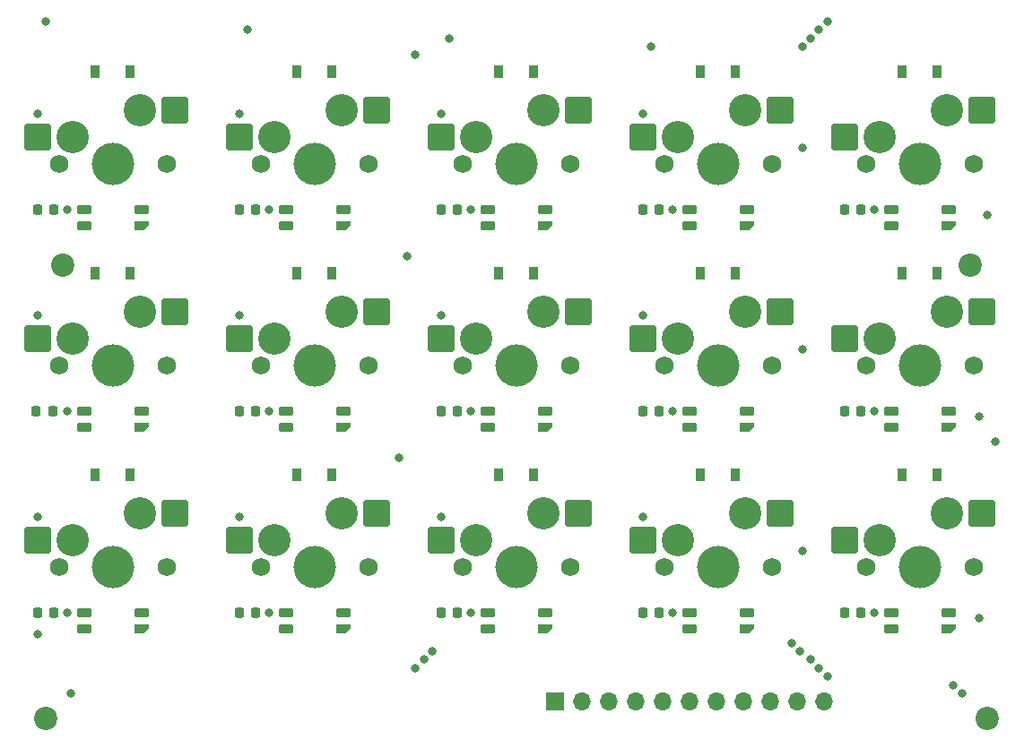
<source format=gbr>
%TF.GenerationSoftware,KiCad,Pcbnew,(6.0.6)*%
%TF.CreationDate,2022-08-15T00:28:01+08:00*%
%TF.ProjectId,15k-macropad,31356b2d-6d61-4637-926f-7061642e6b69,rev?*%
%TF.SameCoordinates,Original*%
%TF.FileFunction,Soldermask,Bot*%
%TF.FilePolarity,Negative*%
%FSLAX46Y46*%
G04 Gerber Fmt 4.6, Leading zero omitted, Abs format (unit mm)*
G04 Created by KiCad (PCBNEW (6.0.6)) date 2022-08-15 00:28:01*
%MOMM*%
%LPD*%
G01*
G04 APERTURE LIST*
G04 Aperture macros list*
%AMRoundRect*
0 Rectangle with rounded corners*
0 $1 Rounding radius*
0 $2 $3 $4 $5 $6 $7 $8 $9 X,Y pos of 4 corners*
0 Add a 4 corners polygon primitive as box body*
4,1,4,$2,$3,$4,$5,$6,$7,$8,$9,$2,$3,0*
0 Add four circle primitives for the rounded corners*
1,1,$1+$1,$2,$3*
1,1,$1+$1,$4,$5*
1,1,$1+$1,$6,$7*
1,1,$1+$1,$8,$9*
0 Add four rect primitives between the rounded corners*
20,1,$1+$1,$2,$3,$4,$5,0*
20,1,$1+$1,$4,$5,$6,$7,0*
20,1,$1+$1,$6,$7,$8,$9,0*
20,1,$1+$1,$8,$9,$2,$3,0*%
%AMFreePoly0*
4,1,18,-0.410000,0.593000,-0.403758,0.624380,-0.385983,0.650983,-0.359380,0.668758,-0.328000,0.675000,0.328000,0.675000,0.359380,0.668758,0.385983,0.650983,0.403758,0.624380,0.410000,0.593000,0.410000,-0.593000,0.403758,-0.624380,0.385983,-0.650983,0.359380,-0.668758,0.328000,-0.675000,0.000000,-0.675000,-0.410000,-0.265000,-0.410000,0.593000,-0.410000,0.593000,$1*%
G04 Aperture macros list end*
%ADD10C,2.200000*%
%ADD11R,0.900000X1.200000*%
%ADD12RoundRect,0.250000X-1.025000X-1.000000X1.025000X-1.000000X1.025000X1.000000X-1.025000X1.000000X0*%
%ADD13C,1.750000*%
%ADD14C,4.000000*%
%ADD15C,3.050000*%
%ADD16FreePoly0,90.000000*%
%ADD17RoundRect,0.082000X0.593000X-0.328000X0.593000X0.328000X-0.593000X0.328000X-0.593000X-0.328000X0*%
%ADD18RoundRect,0.225000X0.225000X0.250000X-0.225000X0.250000X-0.225000X-0.250000X0.225000X-0.250000X0*%
%ADD19O,1.700000X1.700000*%
%ADD20R,1.700000X1.700000*%
%ADD21C,0.800000*%
G04 APERTURE END LIST*
D10*
%TO.C,H3*%
X185737500Y-74612500D03*
%TD*%
%TO.C,H1*%
X100012500Y-74612500D03*
%TD*%
D11*
%TO.C,D15*%
X182625000Y-94456250D03*
X179325000Y-94456250D03*
%TD*%
%TO.C,D14*%
X182625000Y-75406250D03*
X179325000Y-75406250D03*
%TD*%
%TO.C,D13*%
X182625000Y-56356250D03*
X179325000Y-56356250D03*
%TD*%
%TO.C,D12*%
X163575000Y-94456250D03*
X160275000Y-94456250D03*
%TD*%
%TO.C,D11*%
X163575000Y-75406250D03*
X160275000Y-75406250D03*
%TD*%
%TO.C,D10*%
X163575000Y-56356250D03*
X160275000Y-56356250D03*
%TD*%
%TO.C,D9*%
X144525000Y-94456250D03*
X141225000Y-94456250D03*
%TD*%
%TO.C,D8*%
X144525000Y-75406250D03*
X141225000Y-75406250D03*
%TD*%
%TO.C,D7*%
X144525000Y-56356250D03*
X141225000Y-56356250D03*
%TD*%
%TO.C,D6*%
X125475000Y-94456250D03*
X122175000Y-94456250D03*
%TD*%
%TO.C,D5*%
X125475000Y-75406250D03*
X122175000Y-75406250D03*
%TD*%
%TO.C,D4*%
X125475000Y-56356250D03*
X122175000Y-56356250D03*
%TD*%
%TO.C,D3*%
X106425000Y-94456250D03*
X103125000Y-94456250D03*
%TD*%
%TO.C,D2*%
X106425000Y-75406250D03*
X103125000Y-75406250D03*
%TD*%
%TO.C,D1*%
X106425000Y-56356250D03*
X103125000Y-56356250D03*
%TD*%
D12*
%TO.C,MX15*%
X186817000Y-98107500D03*
X173890000Y-100647500D03*
D13*
X186055000Y-103187500D03*
D14*
X180975000Y-103187500D03*
D13*
X175895000Y-103187500D03*
D15*
X177165000Y-100647500D03*
X183515000Y-98107500D03*
%TD*%
D12*
%TO.C,MX7*%
X148717000Y-60007500D03*
X135790000Y-62547500D03*
D14*
X142875000Y-65087500D03*
D15*
X139065000Y-62547500D03*
D13*
X147955000Y-65087500D03*
X137795000Y-65087500D03*
D15*
X145415000Y-60007500D03*
%TD*%
D12*
%TO.C,MX5*%
X129667000Y-79057500D03*
X116740000Y-81597500D03*
D15*
X126365000Y-79057500D03*
D13*
X118745000Y-84137500D03*
D15*
X120015000Y-81597500D03*
D13*
X128905000Y-84137500D03*
D14*
X123825000Y-84137500D03*
%TD*%
D10*
%TO.C,H2*%
X98425000Y-117475000D03*
%TD*%
D12*
%TO.C,MX14*%
X186817000Y-79057500D03*
X173890000Y-81597500D03*
D15*
X177165000Y-81597500D03*
D13*
X175895000Y-84137500D03*
X186055000Y-84137500D03*
D15*
X183515000Y-79057500D03*
D14*
X180975000Y-84137500D03*
%TD*%
D12*
%TO.C,MX4*%
X129667000Y-60007500D03*
X116740000Y-62547500D03*
D13*
X128905000Y-65087500D03*
D15*
X120015000Y-62547500D03*
D13*
X118745000Y-65087500D03*
D15*
X126365000Y-60007500D03*
D14*
X123825000Y-65087500D03*
%TD*%
D12*
%TO.C,MX6*%
X129667000Y-98107500D03*
X116740000Y-100647500D03*
D15*
X126365000Y-98107500D03*
X120015000Y-100647500D03*
D13*
X118745000Y-103187500D03*
D14*
X123825000Y-103187500D03*
D13*
X128905000Y-103187500D03*
%TD*%
D12*
%TO.C,MX11*%
X167767000Y-79057500D03*
X154840000Y-81597500D03*
D15*
X164465000Y-79057500D03*
D13*
X156845000Y-84137500D03*
D14*
X161925000Y-84137500D03*
D15*
X158115000Y-81597500D03*
D13*
X167005000Y-84137500D03*
%TD*%
D10*
%TO.C,H4*%
X187325000Y-117475000D03*
%TD*%
D12*
%TO.C,MX2*%
X110617000Y-79057500D03*
X97690000Y-81597500D03*
D15*
X100965000Y-81597500D03*
D13*
X109855000Y-84137500D03*
D14*
X104775000Y-84137500D03*
D13*
X99695000Y-84137500D03*
D15*
X107315000Y-79057500D03*
%TD*%
D12*
%TO.C,MX3*%
X110617000Y-98107500D03*
X97690000Y-100647500D03*
D15*
X107315000Y-98107500D03*
D13*
X99695000Y-103187500D03*
X109855000Y-103187500D03*
D15*
X100965000Y-100647500D03*
D14*
X104775000Y-103187500D03*
%TD*%
D12*
%TO.C,MX10*%
X167767000Y-60007500D03*
X154840000Y-62547500D03*
D15*
X164465000Y-60007500D03*
D14*
X161925000Y-65087500D03*
D13*
X167005000Y-65087500D03*
D15*
X158115000Y-62547500D03*
D13*
X156845000Y-65087500D03*
%TD*%
D12*
%TO.C,MX9*%
X148717000Y-98107500D03*
X135790000Y-100647500D03*
D15*
X145415000Y-98107500D03*
X139065000Y-100647500D03*
D13*
X147955000Y-103187500D03*
X137795000Y-103187500D03*
D14*
X142875000Y-103187500D03*
%TD*%
D12*
%TO.C,MX8*%
X148717000Y-79057500D03*
X135790000Y-81597500D03*
D13*
X147955000Y-84137500D03*
X137795000Y-84137500D03*
D15*
X145415000Y-79057500D03*
D14*
X142875000Y-84137500D03*
D15*
X139065000Y-81597500D03*
%TD*%
%TO.C,MX13*%
X177165000Y-62547500D03*
X183515000Y-60007500D03*
D13*
X186055000Y-65087500D03*
D14*
X180975000Y-65087500D03*
D13*
X175895000Y-65087500D03*
D12*
X173890000Y-62547500D03*
X186817000Y-60007500D03*
%TD*%
%TO.C,MX1*%
X110617000Y-60007500D03*
X97690000Y-62547500D03*
D14*
X104775000Y-65087500D03*
D15*
X100965000Y-62547500D03*
X107315000Y-60007500D03*
D13*
X99695000Y-65087500D03*
X109855000Y-65087500D03*
%TD*%
D12*
%TO.C,MX12*%
X167767000Y-98107500D03*
X154840000Y-100647500D03*
D14*
X161925000Y-103187500D03*
D15*
X164465000Y-98107500D03*
D13*
X167005000Y-103187500D03*
X156845000Y-103187500D03*
D15*
X158115000Y-100647500D03*
%TD*%
D16*
%TO.C,LED11*%
X164650000Y-89967500D03*
D17*
X164650000Y-88467500D03*
X159200000Y-89967500D03*
X159200000Y-88467500D03*
%TD*%
D16*
%TO.C,LED8*%
X145600000Y-89967500D03*
D17*
X145600000Y-88467500D03*
X140150000Y-89967500D03*
X140150000Y-88467500D03*
%TD*%
D16*
%TO.C,LED6*%
X126550000Y-109017500D03*
D17*
X126550000Y-107517500D03*
X121100000Y-109017500D03*
X121100000Y-107517500D03*
%TD*%
D16*
%TO.C,LED12*%
X164650000Y-109017500D03*
D17*
X164650000Y-107517500D03*
X159200000Y-109017500D03*
X159200000Y-107517500D03*
%TD*%
D16*
%TO.C,LED13*%
X183700000Y-70917500D03*
D17*
X183700000Y-69417500D03*
X178250000Y-70917500D03*
X178250000Y-69417500D03*
%TD*%
D18*
%TO.C,C2*%
X97523000Y-88467500D03*
X99073000Y-88467500D03*
%TD*%
%TO.C,C12*%
X154800000Y-107517500D03*
X156350000Y-107517500D03*
%TD*%
%TO.C,C5*%
X116700000Y-88467500D03*
X118250000Y-88467500D03*
%TD*%
D16*
%TO.C,LED3*%
X107500000Y-109017500D03*
D17*
X107500000Y-107517500D03*
X102050000Y-109017500D03*
X102050000Y-107517500D03*
%TD*%
D18*
%TO.C,C10*%
X154800000Y-69417500D03*
X156350000Y-69417500D03*
%TD*%
%TO.C,C13*%
X173850000Y-69417500D03*
X175400000Y-69417500D03*
%TD*%
D16*
%TO.C,LED7*%
X145600000Y-70917500D03*
D17*
X145600000Y-69417500D03*
X140150000Y-70917500D03*
X140150000Y-69417500D03*
%TD*%
D16*
%TO.C,LED9*%
X145600000Y-109017500D03*
D17*
X145600000Y-107517500D03*
X140150000Y-109017500D03*
X140150000Y-107517500D03*
%TD*%
D18*
%TO.C,C15*%
X173850000Y-107517500D03*
X175400000Y-107517500D03*
%TD*%
%TO.C,C8*%
X135750000Y-88467500D03*
X137300000Y-88467500D03*
%TD*%
D16*
%TO.C,LED14*%
X183700000Y-89967500D03*
D17*
X183700000Y-88467500D03*
X178250000Y-89967500D03*
X178250000Y-88467500D03*
%TD*%
D16*
%TO.C,LED5*%
X126550000Y-89967500D03*
D17*
X126550000Y-88467500D03*
X121100000Y-89967500D03*
X121100000Y-88467500D03*
%TD*%
D16*
%TO.C,LED10*%
X164650000Y-70917500D03*
D17*
X164650000Y-69417500D03*
X159200000Y-70917500D03*
X159200000Y-69417500D03*
%TD*%
D18*
%TO.C,C3*%
X97650000Y-107517500D03*
X99200000Y-107517500D03*
%TD*%
%TO.C,C14*%
X173850000Y-88467500D03*
X175400000Y-88467500D03*
%TD*%
D16*
%TO.C,LED1*%
X107500000Y-70917500D03*
D17*
X107500000Y-69417500D03*
X102050000Y-70917500D03*
X102050000Y-69417500D03*
%TD*%
D18*
%TO.C,C7*%
X135750000Y-69417500D03*
X137300000Y-69417500D03*
%TD*%
D16*
%TO.C,LED2*%
X107500000Y-89967500D03*
D17*
X107500000Y-88467500D03*
X102050000Y-89967500D03*
X102050000Y-88467500D03*
%TD*%
D19*
%TO.C,J1*%
X171926250Y-115887500D03*
X169386250Y-115887500D03*
X166846250Y-115887500D03*
X164306250Y-115887500D03*
X161766250Y-115887500D03*
X159226250Y-115887500D03*
X156686250Y-115887500D03*
X154146250Y-115887500D03*
X151606250Y-115887500D03*
X149066250Y-115887500D03*
D20*
X146526250Y-115887500D03*
%TD*%
D16*
%TO.C,LED4*%
X126550000Y-70917500D03*
D17*
X126550000Y-69417500D03*
X121100000Y-70917500D03*
X121100000Y-69417500D03*
%TD*%
D16*
%TO.C,LED15*%
X183700000Y-109017500D03*
D17*
X183700000Y-107517500D03*
X178250000Y-109017500D03*
X178250000Y-107517500D03*
%TD*%
D18*
%TO.C,C4*%
X116718750Y-69417500D03*
X118268750Y-69417500D03*
%TD*%
%TO.C,C1*%
X97650000Y-69417500D03*
X99200000Y-69417500D03*
%TD*%
%TO.C,C9*%
X135750000Y-107517500D03*
X137300000Y-107517500D03*
%TD*%
%TO.C,C11*%
X154800000Y-88467500D03*
X156350000Y-88467500D03*
%TD*%
%TO.C,C6*%
X116700000Y-107517500D03*
X118250000Y-107517500D03*
%TD*%
D21*
X134937500Y-111125000D03*
X133350000Y-54768750D03*
X132556250Y-73818750D03*
X134143750Y-111918750D03*
X131762500Y-92868750D03*
X133350000Y-112712500D03*
X97631250Y-98425000D03*
X172243750Y-51593750D03*
X172243750Y-113506250D03*
X97631250Y-79375000D03*
X98425000Y-51593750D03*
X97631250Y-60325000D03*
X171450000Y-112712500D03*
X117475000Y-52387500D03*
X116681250Y-60325000D03*
X116681250Y-79375000D03*
X171450000Y-52387500D03*
X116681250Y-98425000D03*
X135731250Y-60325000D03*
X135731250Y-79375000D03*
X170656250Y-53181250D03*
X136525000Y-53181250D03*
X170656250Y-111918750D03*
X135731250Y-98425000D03*
X169862500Y-53975000D03*
X154781250Y-79375000D03*
X154781250Y-98425000D03*
X155575000Y-53975000D03*
X169642785Y-111125000D03*
X154781250Y-60325000D03*
X169862500Y-63500000D03*
X169862500Y-82550000D03*
X168849035Y-110331250D03*
X169862500Y-101600000D03*
X138545000Y-69417500D03*
X100445000Y-88467500D03*
X100445000Y-107517500D03*
X176645000Y-69417500D03*
X138545000Y-88467500D03*
X176645000Y-107517500D03*
X119495000Y-69417500D03*
X100445000Y-69417500D03*
X138545000Y-107517500D03*
X119495000Y-107517500D03*
X157595000Y-107517500D03*
X157595000Y-69417500D03*
X157595000Y-88467500D03*
X176645000Y-88467500D03*
X119495000Y-88467500D03*
X188118750Y-91281250D03*
X187325000Y-69850000D03*
X100806250Y-115093750D03*
X97631250Y-109537500D03*
X184943750Y-115093750D03*
X186531250Y-88900000D03*
X186531250Y-107950000D03*
X184150000Y-114300000D03*
M02*

</source>
